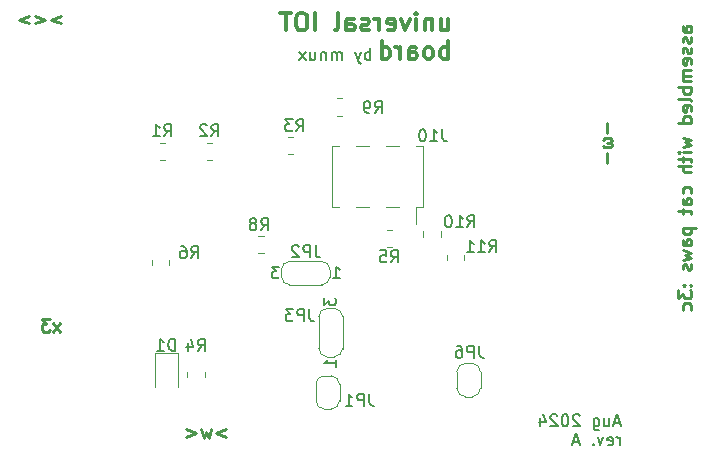
<source format=gbr>
%TF.GenerationSoftware,KiCad,Pcbnew,8.0.3*%
%TF.CreationDate,2024-08-02T22:41:38+02:00*%
%TF.ProjectId,IOT board sensor,494f5420-626f-4617-9264-2073656e736f,rev?*%
%TF.SameCoordinates,Original*%
%TF.FileFunction,Legend,Bot*%
%TF.FilePolarity,Positive*%
%FSLAX46Y46*%
G04 Gerber Fmt 4.6, Leading zero omitted, Abs format (unit mm)*
G04 Created by KiCad (PCBNEW 8.0.3) date 2024-08-02 22:41:38*
%MOMM*%
%LPD*%
G01*
G04 APERTURE LIST*
%ADD10C,0.275000*%
%ADD11C,0.150000*%
%ADD12C,0.375000*%
%ADD13C,0.120000*%
G04 APERTURE END LIST*
D10*
X186282033Y-82692825D02*
X186282033Y-83530921D01*
X186334414Y-84369016D02*
X186543938Y-84369016D01*
X185967747Y-84107111D02*
X186020128Y-84054730D01*
X186020128Y-84054730D02*
X186124890Y-84002349D01*
X186124890Y-84002349D02*
X186543938Y-84002349D01*
X186543938Y-84002349D02*
X186648700Y-84054730D01*
X186648700Y-84054730D02*
X186701080Y-84159492D01*
X186701080Y-84159492D02*
X186701080Y-84211873D01*
X186701080Y-84211873D02*
X186648700Y-84316635D01*
X186648700Y-84316635D02*
X186543938Y-84369016D01*
X186543938Y-84369016D02*
X186648700Y-84421397D01*
X186648700Y-84421397D02*
X186701080Y-84526159D01*
X186701080Y-84526159D02*
X186701080Y-84578540D01*
X186701080Y-84578540D02*
X186648700Y-84683302D01*
X186648700Y-84683302D02*
X186543938Y-84735683D01*
X186543938Y-84735683D02*
X186124890Y-84735683D01*
X186124890Y-84735683D02*
X186020128Y-84683302D01*
X186020128Y-84683302D02*
X185967747Y-84630921D01*
X186282033Y-85207111D02*
X186282033Y-86045207D01*
X140011936Y-100351080D02*
X139435745Y-99617747D01*
X140011936Y-99617747D02*
X139435745Y-100351080D01*
X139121460Y-99251080D02*
X138440507Y-99251080D01*
X138440507Y-99251080D02*
X138807174Y-99670128D01*
X138807174Y-99670128D02*
X138650031Y-99670128D01*
X138650031Y-99670128D02*
X138545269Y-99722509D01*
X138545269Y-99722509D02*
X138492888Y-99774890D01*
X138492888Y-99774890D02*
X138440507Y-99879652D01*
X138440507Y-99879652D02*
X138440507Y-100141557D01*
X138440507Y-100141557D02*
X138492888Y-100246319D01*
X138492888Y-100246319D02*
X138545269Y-100298700D01*
X138545269Y-100298700D02*
X138650031Y-100351080D01*
X138650031Y-100351080D02*
X138964317Y-100351080D01*
X138964317Y-100351080D02*
X139069079Y-100298700D01*
X139069079Y-100298700D02*
X139121460Y-100246319D01*
X193451080Y-74964254D02*
X192874890Y-74964254D01*
X192874890Y-74964254D02*
X192770128Y-74911873D01*
X192770128Y-74911873D02*
X192717747Y-74807111D01*
X192717747Y-74807111D02*
X192717747Y-74597587D01*
X192717747Y-74597587D02*
X192770128Y-74492825D01*
X193398700Y-74964254D02*
X193451080Y-74859492D01*
X193451080Y-74859492D02*
X193451080Y-74597587D01*
X193451080Y-74597587D02*
X193398700Y-74492825D01*
X193398700Y-74492825D02*
X193293938Y-74440444D01*
X193293938Y-74440444D02*
X193189176Y-74440444D01*
X193189176Y-74440444D02*
X193084414Y-74492825D01*
X193084414Y-74492825D02*
X193032033Y-74597587D01*
X193032033Y-74597587D02*
X193032033Y-74859492D01*
X193032033Y-74859492D02*
X192979652Y-74964254D01*
X193398700Y-75435682D02*
X193451080Y-75540444D01*
X193451080Y-75540444D02*
X193451080Y-75749968D01*
X193451080Y-75749968D02*
X193398700Y-75854730D01*
X193398700Y-75854730D02*
X193293938Y-75907111D01*
X193293938Y-75907111D02*
X193241557Y-75907111D01*
X193241557Y-75907111D02*
X193136795Y-75854730D01*
X193136795Y-75854730D02*
X193084414Y-75749968D01*
X193084414Y-75749968D02*
X193084414Y-75592825D01*
X193084414Y-75592825D02*
X193032033Y-75488063D01*
X193032033Y-75488063D02*
X192927271Y-75435682D01*
X192927271Y-75435682D02*
X192874890Y-75435682D01*
X192874890Y-75435682D02*
X192770128Y-75488063D01*
X192770128Y-75488063D02*
X192717747Y-75592825D01*
X192717747Y-75592825D02*
X192717747Y-75749968D01*
X192717747Y-75749968D02*
X192770128Y-75854730D01*
X193398700Y-76326158D02*
X193451080Y-76430920D01*
X193451080Y-76430920D02*
X193451080Y-76640444D01*
X193451080Y-76640444D02*
X193398700Y-76745206D01*
X193398700Y-76745206D02*
X193293938Y-76797587D01*
X193293938Y-76797587D02*
X193241557Y-76797587D01*
X193241557Y-76797587D02*
X193136795Y-76745206D01*
X193136795Y-76745206D02*
X193084414Y-76640444D01*
X193084414Y-76640444D02*
X193084414Y-76483301D01*
X193084414Y-76483301D02*
X193032033Y-76378539D01*
X193032033Y-76378539D02*
X192927271Y-76326158D01*
X192927271Y-76326158D02*
X192874890Y-76326158D01*
X192874890Y-76326158D02*
X192770128Y-76378539D01*
X192770128Y-76378539D02*
X192717747Y-76483301D01*
X192717747Y-76483301D02*
X192717747Y-76640444D01*
X192717747Y-76640444D02*
X192770128Y-76745206D01*
X193398700Y-77688063D02*
X193451080Y-77583301D01*
X193451080Y-77583301D02*
X193451080Y-77373777D01*
X193451080Y-77373777D02*
X193398700Y-77269015D01*
X193398700Y-77269015D02*
X193293938Y-77216634D01*
X193293938Y-77216634D02*
X192874890Y-77216634D01*
X192874890Y-77216634D02*
X192770128Y-77269015D01*
X192770128Y-77269015D02*
X192717747Y-77373777D01*
X192717747Y-77373777D02*
X192717747Y-77583301D01*
X192717747Y-77583301D02*
X192770128Y-77688063D01*
X192770128Y-77688063D02*
X192874890Y-77740444D01*
X192874890Y-77740444D02*
X192979652Y-77740444D01*
X192979652Y-77740444D02*
X193084414Y-77216634D01*
X193451080Y-78211872D02*
X192717747Y-78211872D01*
X192822509Y-78211872D02*
X192770128Y-78264253D01*
X192770128Y-78264253D02*
X192717747Y-78369015D01*
X192717747Y-78369015D02*
X192717747Y-78526158D01*
X192717747Y-78526158D02*
X192770128Y-78630920D01*
X192770128Y-78630920D02*
X192874890Y-78683301D01*
X192874890Y-78683301D02*
X193451080Y-78683301D01*
X192874890Y-78683301D02*
X192770128Y-78735682D01*
X192770128Y-78735682D02*
X192717747Y-78840444D01*
X192717747Y-78840444D02*
X192717747Y-78997587D01*
X192717747Y-78997587D02*
X192770128Y-79102348D01*
X192770128Y-79102348D02*
X192874890Y-79154729D01*
X192874890Y-79154729D02*
X193451080Y-79154729D01*
X193451080Y-79678539D02*
X192351080Y-79678539D01*
X192770128Y-79678539D02*
X192717747Y-79783301D01*
X192717747Y-79783301D02*
X192717747Y-79992825D01*
X192717747Y-79992825D02*
X192770128Y-80097587D01*
X192770128Y-80097587D02*
X192822509Y-80149968D01*
X192822509Y-80149968D02*
X192927271Y-80202349D01*
X192927271Y-80202349D02*
X193241557Y-80202349D01*
X193241557Y-80202349D02*
X193346319Y-80149968D01*
X193346319Y-80149968D02*
X193398700Y-80097587D01*
X193398700Y-80097587D02*
X193451080Y-79992825D01*
X193451080Y-79992825D02*
X193451080Y-79783301D01*
X193451080Y-79783301D02*
X193398700Y-79678539D01*
X193451080Y-80830920D02*
X193398700Y-80726158D01*
X193398700Y-80726158D02*
X193293938Y-80673777D01*
X193293938Y-80673777D02*
X192351080Y-80673777D01*
X193398700Y-81669015D02*
X193451080Y-81564253D01*
X193451080Y-81564253D02*
X193451080Y-81354729D01*
X193451080Y-81354729D02*
X193398700Y-81249967D01*
X193398700Y-81249967D02*
X193293938Y-81197586D01*
X193293938Y-81197586D02*
X192874890Y-81197586D01*
X192874890Y-81197586D02*
X192770128Y-81249967D01*
X192770128Y-81249967D02*
X192717747Y-81354729D01*
X192717747Y-81354729D02*
X192717747Y-81564253D01*
X192717747Y-81564253D02*
X192770128Y-81669015D01*
X192770128Y-81669015D02*
X192874890Y-81721396D01*
X192874890Y-81721396D02*
X192979652Y-81721396D01*
X192979652Y-81721396D02*
X193084414Y-81197586D01*
X193451080Y-82664253D02*
X192351080Y-82664253D01*
X193398700Y-82664253D02*
X193451080Y-82559491D01*
X193451080Y-82559491D02*
X193451080Y-82349967D01*
X193451080Y-82349967D02*
X193398700Y-82245205D01*
X193398700Y-82245205D02*
X193346319Y-82192824D01*
X193346319Y-82192824D02*
X193241557Y-82140443D01*
X193241557Y-82140443D02*
X192927271Y-82140443D01*
X192927271Y-82140443D02*
X192822509Y-82192824D01*
X192822509Y-82192824D02*
X192770128Y-82245205D01*
X192770128Y-82245205D02*
X192717747Y-82349967D01*
X192717747Y-82349967D02*
X192717747Y-82559491D01*
X192717747Y-82559491D02*
X192770128Y-82664253D01*
X192717747Y-83921395D02*
X193451080Y-84130919D01*
X193451080Y-84130919D02*
X192927271Y-84340443D01*
X192927271Y-84340443D02*
X193451080Y-84549967D01*
X193451080Y-84549967D02*
X192717747Y-84759491D01*
X193451080Y-85178538D02*
X192717747Y-85178538D01*
X192351080Y-85178538D02*
X192403461Y-85126157D01*
X192403461Y-85126157D02*
X192455842Y-85178538D01*
X192455842Y-85178538D02*
X192403461Y-85230919D01*
X192403461Y-85230919D02*
X192351080Y-85178538D01*
X192351080Y-85178538D02*
X192455842Y-85178538D01*
X192717747Y-85545205D02*
X192717747Y-85964253D01*
X192351080Y-85702348D02*
X193293938Y-85702348D01*
X193293938Y-85702348D02*
X193398700Y-85754729D01*
X193398700Y-85754729D02*
X193451080Y-85859491D01*
X193451080Y-85859491D02*
X193451080Y-85964253D01*
X193451080Y-86330919D02*
X192351080Y-86330919D01*
X193451080Y-86802348D02*
X192874890Y-86802348D01*
X192874890Y-86802348D02*
X192770128Y-86749967D01*
X192770128Y-86749967D02*
X192717747Y-86645205D01*
X192717747Y-86645205D02*
X192717747Y-86488062D01*
X192717747Y-86488062D02*
X192770128Y-86383300D01*
X192770128Y-86383300D02*
X192822509Y-86330919D01*
X193398700Y-88635681D02*
X193451080Y-88530919D01*
X193451080Y-88530919D02*
X193451080Y-88321395D01*
X193451080Y-88321395D02*
X193398700Y-88216633D01*
X193398700Y-88216633D02*
X193346319Y-88164252D01*
X193346319Y-88164252D02*
X193241557Y-88111871D01*
X193241557Y-88111871D02*
X192927271Y-88111871D01*
X192927271Y-88111871D02*
X192822509Y-88164252D01*
X192822509Y-88164252D02*
X192770128Y-88216633D01*
X192770128Y-88216633D02*
X192717747Y-88321395D01*
X192717747Y-88321395D02*
X192717747Y-88530919D01*
X192717747Y-88530919D02*
X192770128Y-88635681D01*
X193451080Y-89578538D02*
X192874890Y-89578538D01*
X192874890Y-89578538D02*
X192770128Y-89526157D01*
X192770128Y-89526157D02*
X192717747Y-89421395D01*
X192717747Y-89421395D02*
X192717747Y-89211871D01*
X192717747Y-89211871D02*
X192770128Y-89107109D01*
X193398700Y-89578538D02*
X193451080Y-89473776D01*
X193451080Y-89473776D02*
X193451080Y-89211871D01*
X193451080Y-89211871D02*
X193398700Y-89107109D01*
X193398700Y-89107109D02*
X193293938Y-89054728D01*
X193293938Y-89054728D02*
X193189176Y-89054728D01*
X193189176Y-89054728D02*
X193084414Y-89107109D01*
X193084414Y-89107109D02*
X193032033Y-89211871D01*
X193032033Y-89211871D02*
X193032033Y-89473776D01*
X193032033Y-89473776D02*
X192979652Y-89578538D01*
X192717747Y-89945204D02*
X192717747Y-90364252D01*
X192351080Y-90102347D02*
X193293938Y-90102347D01*
X193293938Y-90102347D02*
X193398700Y-90154728D01*
X193398700Y-90154728D02*
X193451080Y-90259490D01*
X193451080Y-90259490D02*
X193451080Y-90364252D01*
X192717747Y-91569013D02*
X193817747Y-91569013D01*
X192770128Y-91569013D02*
X192717747Y-91673775D01*
X192717747Y-91673775D02*
X192717747Y-91883299D01*
X192717747Y-91883299D02*
X192770128Y-91988061D01*
X192770128Y-91988061D02*
X192822509Y-92040442D01*
X192822509Y-92040442D02*
X192927271Y-92092823D01*
X192927271Y-92092823D02*
X193241557Y-92092823D01*
X193241557Y-92092823D02*
X193346319Y-92040442D01*
X193346319Y-92040442D02*
X193398700Y-91988061D01*
X193398700Y-91988061D02*
X193451080Y-91883299D01*
X193451080Y-91883299D02*
X193451080Y-91673775D01*
X193451080Y-91673775D02*
X193398700Y-91569013D01*
X193451080Y-93035680D02*
X192874890Y-93035680D01*
X192874890Y-93035680D02*
X192770128Y-92983299D01*
X192770128Y-92983299D02*
X192717747Y-92878537D01*
X192717747Y-92878537D02*
X192717747Y-92669013D01*
X192717747Y-92669013D02*
X192770128Y-92564251D01*
X193398700Y-93035680D02*
X193451080Y-92930918D01*
X193451080Y-92930918D02*
X193451080Y-92669013D01*
X193451080Y-92669013D02*
X193398700Y-92564251D01*
X193398700Y-92564251D02*
X193293938Y-92511870D01*
X193293938Y-92511870D02*
X193189176Y-92511870D01*
X193189176Y-92511870D02*
X193084414Y-92564251D01*
X193084414Y-92564251D02*
X193032033Y-92669013D01*
X193032033Y-92669013D02*
X193032033Y-92930918D01*
X193032033Y-92930918D02*
X192979652Y-93035680D01*
X192717747Y-93454727D02*
X193451080Y-93664251D01*
X193451080Y-93664251D02*
X192927271Y-93873775D01*
X192927271Y-93873775D02*
X193451080Y-94083299D01*
X193451080Y-94083299D02*
X192717747Y-94292823D01*
X193398700Y-94659489D02*
X193451080Y-94764251D01*
X193451080Y-94764251D02*
X193451080Y-94973775D01*
X193451080Y-94973775D02*
X193398700Y-95078537D01*
X193398700Y-95078537D02*
X193293938Y-95130918D01*
X193293938Y-95130918D02*
X193241557Y-95130918D01*
X193241557Y-95130918D02*
X193136795Y-95078537D01*
X193136795Y-95078537D02*
X193084414Y-94973775D01*
X193084414Y-94973775D02*
X193084414Y-94816632D01*
X193084414Y-94816632D02*
X193032033Y-94711870D01*
X193032033Y-94711870D02*
X192927271Y-94659489D01*
X192927271Y-94659489D02*
X192874890Y-94659489D01*
X192874890Y-94659489D02*
X192770128Y-94711870D01*
X192770128Y-94711870D02*
X192717747Y-94816632D01*
X192717747Y-94816632D02*
X192717747Y-94973775D01*
X192717747Y-94973775D02*
X192770128Y-95078537D01*
X193346319Y-96440441D02*
X193398700Y-96492822D01*
X193398700Y-96492822D02*
X193451080Y-96440441D01*
X193451080Y-96440441D02*
X193398700Y-96388060D01*
X193398700Y-96388060D02*
X193346319Y-96440441D01*
X193346319Y-96440441D02*
X193451080Y-96440441D01*
X192770128Y-96440441D02*
X192822509Y-96492822D01*
X192822509Y-96492822D02*
X192874890Y-96440441D01*
X192874890Y-96440441D02*
X192822509Y-96388060D01*
X192822509Y-96388060D02*
X192770128Y-96440441D01*
X192770128Y-96440441D02*
X192874890Y-96440441D01*
X192351080Y-96859489D02*
X192351080Y-97540442D01*
X192351080Y-97540442D02*
X192770128Y-97173775D01*
X192770128Y-97173775D02*
X192770128Y-97330918D01*
X192770128Y-97330918D02*
X192822509Y-97435680D01*
X192822509Y-97435680D02*
X192874890Y-97488061D01*
X192874890Y-97488061D02*
X192979652Y-97540442D01*
X192979652Y-97540442D02*
X193241557Y-97540442D01*
X193241557Y-97540442D02*
X193346319Y-97488061D01*
X193346319Y-97488061D02*
X193398700Y-97435680D01*
X193398700Y-97435680D02*
X193451080Y-97330918D01*
X193451080Y-97330918D02*
X193451080Y-97016632D01*
X193451080Y-97016632D02*
X193398700Y-96911870D01*
X193398700Y-96911870D02*
X193346319Y-96859489D01*
X193398700Y-98483299D02*
X193451080Y-98378537D01*
X193451080Y-98378537D02*
X193451080Y-98169013D01*
X193451080Y-98169013D02*
X193398700Y-98064251D01*
X193398700Y-98064251D02*
X193346319Y-98011870D01*
X193346319Y-98011870D02*
X193241557Y-97959489D01*
X193241557Y-97959489D02*
X192927271Y-97959489D01*
X192927271Y-97959489D02*
X192822509Y-98011870D01*
X192822509Y-98011870D02*
X192770128Y-98064251D01*
X192770128Y-98064251D02*
X192717747Y-98169013D01*
X192717747Y-98169013D02*
X192717747Y-98378537D01*
X192717747Y-98378537D02*
X192770128Y-98483299D01*
X140057174Y-73617747D02*
X139219079Y-73932033D01*
X139219079Y-73932033D02*
X140057174Y-74246319D01*
X137857174Y-73617747D02*
X138695269Y-73932033D01*
X138695269Y-73932033D02*
X137857174Y-74246319D01*
X137333364Y-73617747D02*
X136495269Y-73932033D01*
X136495269Y-73932033D02*
X137333364Y-74246319D01*
X154057174Y-108617747D02*
X153219079Y-108932033D01*
X153219079Y-108932033D02*
X154057174Y-109246319D01*
X152800031Y-108617747D02*
X152590507Y-109351080D01*
X152590507Y-109351080D02*
X152380983Y-108827271D01*
X152380983Y-108827271D02*
X152171459Y-109351080D01*
X152171459Y-109351080D02*
X151961935Y-108617747D01*
X150704793Y-108617747D02*
X151542888Y-108932033D01*
X151542888Y-108932033D02*
X150704793Y-109246319D01*
D11*
X187416839Y-108076132D02*
X186940649Y-108076132D01*
X187512077Y-108361847D02*
X187178744Y-107361847D01*
X187178744Y-107361847D02*
X186845411Y-108361847D01*
X186083506Y-107695180D02*
X186083506Y-108361847D01*
X186512077Y-107695180D02*
X186512077Y-108218989D01*
X186512077Y-108218989D02*
X186464458Y-108314228D01*
X186464458Y-108314228D02*
X186369220Y-108361847D01*
X186369220Y-108361847D02*
X186226363Y-108361847D01*
X186226363Y-108361847D02*
X186131125Y-108314228D01*
X186131125Y-108314228D02*
X186083506Y-108266608D01*
X185178744Y-107695180D02*
X185178744Y-108504704D01*
X185178744Y-108504704D02*
X185226363Y-108599942D01*
X185226363Y-108599942D02*
X185273982Y-108647561D01*
X185273982Y-108647561D02*
X185369220Y-108695180D01*
X185369220Y-108695180D02*
X185512077Y-108695180D01*
X185512077Y-108695180D02*
X185607315Y-108647561D01*
X185178744Y-108314228D02*
X185273982Y-108361847D01*
X185273982Y-108361847D02*
X185464458Y-108361847D01*
X185464458Y-108361847D02*
X185559696Y-108314228D01*
X185559696Y-108314228D02*
X185607315Y-108266608D01*
X185607315Y-108266608D02*
X185654934Y-108171370D01*
X185654934Y-108171370D02*
X185654934Y-107885656D01*
X185654934Y-107885656D02*
X185607315Y-107790418D01*
X185607315Y-107790418D02*
X185559696Y-107742799D01*
X185559696Y-107742799D02*
X185464458Y-107695180D01*
X185464458Y-107695180D02*
X185273982Y-107695180D01*
X185273982Y-107695180D02*
X185178744Y-107742799D01*
X183988267Y-107457085D02*
X183940648Y-107409466D01*
X183940648Y-107409466D02*
X183845410Y-107361847D01*
X183845410Y-107361847D02*
X183607315Y-107361847D01*
X183607315Y-107361847D02*
X183512077Y-107409466D01*
X183512077Y-107409466D02*
X183464458Y-107457085D01*
X183464458Y-107457085D02*
X183416839Y-107552323D01*
X183416839Y-107552323D02*
X183416839Y-107647561D01*
X183416839Y-107647561D02*
X183464458Y-107790418D01*
X183464458Y-107790418D02*
X184035886Y-108361847D01*
X184035886Y-108361847D02*
X183416839Y-108361847D01*
X182797791Y-107361847D02*
X182702553Y-107361847D01*
X182702553Y-107361847D02*
X182607315Y-107409466D01*
X182607315Y-107409466D02*
X182559696Y-107457085D01*
X182559696Y-107457085D02*
X182512077Y-107552323D01*
X182512077Y-107552323D02*
X182464458Y-107742799D01*
X182464458Y-107742799D02*
X182464458Y-107980894D01*
X182464458Y-107980894D02*
X182512077Y-108171370D01*
X182512077Y-108171370D02*
X182559696Y-108266608D01*
X182559696Y-108266608D02*
X182607315Y-108314228D01*
X182607315Y-108314228D02*
X182702553Y-108361847D01*
X182702553Y-108361847D02*
X182797791Y-108361847D01*
X182797791Y-108361847D02*
X182893029Y-108314228D01*
X182893029Y-108314228D02*
X182940648Y-108266608D01*
X182940648Y-108266608D02*
X182988267Y-108171370D01*
X182988267Y-108171370D02*
X183035886Y-107980894D01*
X183035886Y-107980894D02*
X183035886Y-107742799D01*
X183035886Y-107742799D02*
X182988267Y-107552323D01*
X182988267Y-107552323D02*
X182940648Y-107457085D01*
X182940648Y-107457085D02*
X182893029Y-107409466D01*
X182893029Y-107409466D02*
X182797791Y-107361847D01*
X182083505Y-107457085D02*
X182035886Y-107409466D01*
X182035886Y-107409466D02*
X181940648Y-107361847D01*
X181940648Y-107361847D02*
X181702553Y-107361847D01*
X181702553Y-107361847D02*
X181607315Y-107409466D01*
X181607315Y-107409466D02*
X181559696Y-107457085D01*
X181559696Y-107457085D02*
X181512077Y-107552323D01*
X181512077Y-107552323D02*
X181512077Y-107647561D01*
X181512077Y-107647561D02*
X181559696Y-107790418D01*
X181559696Y-107790418D02*
X182131124Y-108361847D01*
X182131124Y-108361847D02*
X181512077Y-108361847D01*
X180654934Y-107695180D02*
X180654934Y-108361847D01*
X180893029Y-107314228D02*
X181131124Y-108028513D01*
X181131124Y-108028513D02*
X180512077Y-108028513D01*
X187369220Y-109971791D02*
X187369220Y-109305124D01*
X187369220Y-109495600D02*
X187321601Y-109400362D01*
X187321601Y-109400362D02*
X187273982Y-109352743D01*
X187273982Y-109352743D02*
X187178744Y-109305124D01*
X187178744Y-109305124D02*
X187083506Y-109305124D01*
X186369220Y-109924172D02*
X186464458Y-109971791D01*
X186464458Y-109971791D02*
X186654934Y-109971791D01*
X186654934Y-109971791D02*
X186750172Y-109924172D01*
X186750172Y-109924172D02*
X186797791Y-109828933D01*
X186797791Y-109828933D02*
X186797791Y-109447981D01*
X186797791Y-109447981D02*
X186750172Y-109352743D01*
X186750172Y-109352743D02*
X186654934Y-109305124D01*
X186654934Y-109305124D02*
X186464458Y-109305124D01*
X186464458Y-109305124D02*
X186369220Y-109352743D01*
X186369220Y-109352743D02*
X186321601Y-109447981D01*
X186321601Y-109447981D02*
X186321601Y-109543219D01*
X186321601Y-109543219D02*
X186797791Y-109638457D01*
X185988267Y-109305124D02*
X185750172Y-109971791D01*
X185750172Y-109971791D02*
X185512077Y-109305124D01*
X185131124Y-109876552D02*
X185083505Y-109924172D01*
X185083505Y-109924172D02*
X185131124Y-109971791D01*
X185131124Y-109971791D02*
X185178743Y-109924172D01*
X185178743Y-109924172D02*
X185131124Y-109876552D01*
X185131124Y-109876552D02*
X185131124Y-109971791D01*
X183940648Y-109686076D02*
X183464458Y-109686076D01*
X184035886Y-109971791D02*
X183702553Y-108971791D01*
X183702553Y-108971791D02*
X183369220Y-109971791D01*
X166274380Y-77354819D02*
X166274380Y-76354819D01*
X166274380Y-76735771D02*
X166179142Y-76688152D01*
X166179142Y-76688152D02*
X165988666Y-76688152D01*
X165988666Y-76688152D02*
X165893428Y-76735771D01*
X165893428Y-76735771D02*
X165845809Y-76783390D01*
X165845809Y-76783390D02*
X165798190Y-76878628D01*
X165798190Y-76878628D02*
X165798190Y-77164342D01*
X165798190Y-77164342D02*
X165845809Y-77259580D01*
X165845809Y-77259580D02*
X165893428Y-77307200D01*
X165893428Y-77307200D02*
X165988666Y-77354819D01*
X165988666Y-77354819D02*
X166179142Y-77354819D01*
X166179142Y-77354819D02*
X166274380Y-77307200D01*
X165464856Y-76688152D02*
X165226761Y-77354819D01*
X164988666Y-76688152D02*
X165226761Y-77354819D01*
X165226761Y-77354819D02*
X165321999Y-77592914D01*
X165321999Y-77592914D02*
X165369618Y-77640533D01*
X165369618Y-77640533D02*
X165464856Y-77688152D01*
X163845808Y-77354819D02*
X163845808Y-76688152D01*
X163845808Y-76783390D02*
X163798189Y-76735771D01*
X163798189Y-76735771D02*
X163702951Y-76688152D01*
X163702951Y-76688152D02*
X163560094Y-76688152D01*
X163560094Y-76688152D02*
X163464856Y-76735771D01*
X163464856Y-76735771D02*
X163417237Y-76831009D01*
X163417237Y-76831009D02*
X163417237Y-77354819D01*
X163417237Y-76831009D02*
X163369618Y-76735771D01*
X163369618Y-76735771D02*
X163274380Y-76688152D01*
X163274380Y-76688152D02*
X163131523Y-76688152D01*
X163131523Y-76688152D02*
X163036284Y-76735771D01*
X163036284Y-76735771D02*
X162988665Y-76831009D01*
X162988665Y-76831009D02*
X162988665Y-77354819D01*
X162512475Y-76688152D02*
X162512475Y-77354819D01*
X162512475Y-76783390D02*
X162464856Y-76735771D01*
X162464856Y-76735771D02*
X162369618Y-76688152D01*
X162369618Y-76688152D02*
X162226761Y-76688152D01*
X162226761Y-76688152D02*
X162131523Y-76735771D01*
X162131523Y-76735771D02*
X162083904Y-76831009D01*
X162083904Y-76831009D02*
X162083904Y-77354819D01*
X161179142Y-76688152D02*
X161179142Y-77354819D01*
X161607713Y-76688152D02*
X161607713Y-77211961D01*
X161607713Y-77211961D02*
X161560094Y-77307200D01*
X161560094Y-77307200D02*
X161464856Y-77354819D01*
X161464856Y-77354819D02*
X161321999Y-77354819D01*
X161321999Y-77354819D02*
X161226761Y-77307200D01*
X161226761Y-77307200D02*
X161179142Y-77259580D01*
X160798189Y-77354819D02*
X160274380Y-76688152D01*
X160798189Y-76688152D02*
X160274380Y-77354819D01*
D12*
X172235290Y-73852012D02*
X172235290Y-74852012D01*
X172878147Y-73852012D02*
X172878147Y-74637726D01*
X172878147Y-74637726D02*
X172806718Y-74780584D01*
X172806718Y-74780584D02*
X172663861Y-74852012D01*
X172663861Y-74852012D02*
X172449575Y-74852012D01*
X172449575Y-74852012D02*
X172306718Y-74780584D01*
X172306718Y-74780584D02*
X172235290Y-74709155D01*
X171521004Y-73852012D02*
X171521004Y-74852012D01*
X171521004Y-73994869D02*
X171449575Y-73923441D01*
X171449575Y-73923441D02*
X171306718Y-73852012D01*
X171306718Y-73852012D02*
X171092432Y-73852012D01*
X171092432Y-73852012D02*
X170949575Y-73923441D01*
X170949575Y-73923441D02*
X170878147Y-74066298D01*
X170878147Y-74066298D02*
X170878147Y-74852012D01*
X170163861Y-74852012D02*
X170163861Y-73852012D01*
X170163861Y-73352012D02*
X170235289Y-73423441D01*
X170235289Y-73423441D02*
X170163861Y-73494869D01*
X170163861Y-73494869D02*
X170092432Y-73423441D01*
X170092432Y-73423441D02*
X170163861Y-73352012D01*
X170163861Y-73352012D02*
X170163861Y-73494869D01*
X169592432Y-73852012D02*
X169235289Y-74852012D01*
X169235289Y-74852012D02*
X168878146Y-73852012D01*
X167735289Y-74780584D02*
X167878146Y-74852012D01*
X167878146Y-74852012D02*
X168163861Y-74852012D01*
X168163861Y-74852012D02*
X168306718Y-74780584D01*
X168306718Y-74780584D02*
X168378146Y-74637726D01*
X168378146Y-74637726D02*
X168378146Y-74066298D01*
X168378146Y-74066298D02*
X168306718Y-73923441D01*
X168306718Y-73923441D02*
X168163861Y-73852012D01*
X168163861Y-73852012D02*
X167878146Y-73852012D01*
X167878146Y-73852012D02*
X167735289Y-73923441D01*
X167735289Y-73923441D02*
X167663861Y-74066298D01*
X167663861Y-74066298D02*
X167663861Y-74209155D01*
X167663861Y-74209155D02*
X168378146Y-74352012D01*
X167021004Y-74852012D02*
X167021004Y-73852012D01*
X167021004Y-74137726D02*
X166949575Y-73994869D01*
X166949575Y-73994869D02*
X166878147Y-73923441D01*
X166878147Y-73923441D02*
X166735289Y-73852012D01*
X166735289Y-73852012D02*
X166592432Y-73852012D01*
X166163861Y-74780584D02*
X166021004Y-74852012D01*
X166021004Y-74852012D02*
X165735290Y-74852012D01*
X165735290Y-74852012D02*
X165592433Y-74780584D01*
X165592433Y-74780584D02*
X165521004Y-74637726D01*
X165521004Y-74637726D02*
X165521004Y-74566298D01*
X165521004Y-74566298D02*
X165592433Y-74423441D01*
X165592433Y-74423441D02*
X165735290Y-74352012D01*
X165735290Y-74352012D02*
X165949576Y-74352012D01*
X165949576Y-74352012D02*
X166092433Y-74280584D01*
X166092433Y-74280584D02*
X166163861Y-74137726D01*
X166163861Y-74137726D02*
X166163861Y-74066298D01*
X166163861Y-74066298D02*
X166092433Y-73923441D01*
X166092433Y-73923441D02*
X165949576Y-73852012D01*
X165949576Y-73852012D02*
X165735290Y-73852012D01*
X165735290Y-73852012D02*
X165592433Y-73923441D01*
X164235290Y-74852012D02*
X164235290Y-74066298D01*
X164235290Y-74066298D02*
X164306718Y-73923441D01*
X164306718Y-73923441D02*
X164449575Y-73852012D01*
X164449575Y-73852012D02*
X164735290Y-73852012D01*
X164735290Y-73852012D02*
X164878147Y-73923441D01*
X164235290Y-74780584D02*
X164378147Y-74852012D01*
X164378147Y-74852012D02*
X164735290Y-74852012D01*
X164735290Y-74852012D02*
X164878147Y-74780584D01*
X164878147Y-74780584D02*
X164949575Y-74637726D01*
X164949575Y-74637726D02*
X164949575Y-74494869D01*
X164949575Y-74494869D02*
X164878147Y-74352012D01*
X164878147Y-74352012D02*
X164735290Y-74280584D01*
X164735290Y-74280584D02*
X164378147Y-74280584D01*
X164378147Y-74280584D02*
X164235290Y-74209155D01*
X163306718Y-74852012D02*
X163449575Y-74780584D01*
X163449575Y-74780584D02*
X163521004Y-74637726D01*
X163521004Y-74637726D02*
X163521004Y-73352012D01*
X161592433Y-74852012D02*
X161592433Y-73352012D01*
X160592432Y-73352012D02*
X160306718Y-73352012D01*
X160306718Y-73352012D02*
X160163861Y-73423441D01*
X160163861Y-73423441D02*
X160021004Y-73566298D01*
X160021004Y-73566298D02*
X159949575Y-73852012D01*
X159949575Y-73852012D02*
X159949575Y-74352012D01*
X159949575Y-74352012D02*
X160021004Y-74637726D01*
X160021004Y-74637726D02*
X160163861Y-74780584D01*
X160163861Y-74780584D02*
X160306718Y-74852012D01*
X160306718Y-74852012D02*
X160592432Y-74852012D01*
X160592432Y-74852012D02*
X160735290Y-74780584D01*
X160735290Y-74780584D02*
X160878147Y-74637726D01*
X160878147Y-74637726D02*
X160949575Y-74352012D01*
X160949575Y-74352012D02*
X160949575Y-73852012D01*
X160949575Y-73852012D02*
X160878147Y-73566298D01*
X160878147Y-73566298D02*
X160735290Y-73423441D01*
X160735290Y-73423441D02*
X160592432Y-73352012D01*
X159521003Y-73352012D02*
X158663861Y-73352012D01*
X159092432Y-74852012D02*
X159092432Y-73352012D01*
X172878147Y-77266928D02*
X172878147Y-75766928D01*
X172878147Y-76338357D02*
X172735290Y-76266928D01*
X172735290Y-76266928D02*
X172449575Y-76266928D01*
X172449575Y-76266928D02*
X172306718Y-76338357D01*
X172306718Y-76338357D02*
X172235290Y-76409785D01*
X172235290Y-76409785D02*
X172163861Y-76552642D01*
X172163861Y-76552642D02*
X172163861Y-76981214D01*
X172163861Y-76981214D02*
X172235290Y-77124071D01*
X172235290Y-77124071D02*
X172306718Y-77195500D01*
X172306718Y-77195500D02*
X172449575Y-77266928D01*
X172449575Y-77266928D02*
X172735290Y-77266928D01*
X172735290Y-77266928D02*
X172878147Y-77195500D01*
X171306718Y-77266928D02*
X171449575Y-77195500D01*
X171449575Y-77195500D02*
X171521004Y-77124071D01*
X171521004Y-77124071D02*
X171592432Y-76981214D01*
X171592432Y-76981214D02*
X171592432Y-76552642D01*
X171592432Y-76552642D02*
X171521004Y-76409785D01*
X171521004Y-76409785D02*
X171449575Y-76338357D01*
X171449575Y-76338357D02*
X171306718Y-76266928D01*
X171306718Y-76266928D02*
X171092432Y-76266928D01*
X171092432Y-76266928D02*
X170949575Y-76338357D01*
X170949575Y-76338357D02*
X170878147Y-76409785D01*
X170878147Y-76409785D02*
X170806718Y-76552642D01*
X170806718Y-76552642D02*
X170806718Y-76981214D01*
X170806718Y-76981214D02*
X170878147Y-77124071D01*
X170878147Y-77124071D02*
X170949575Y-77195500D01*
X170949575Y-77195500D02*
X171092432Y-77266928D01*
X171092432Y-77266928D02*
X171306718Y-77266928D01*
X169521004Y-77266928D02*
X169521004Y-76481214D01*
X169521004Y-76481214D02*
X169592432Y-76338357D01*
X169592432Y-76338357D02*
X169735289Y-76266928D01*
X169735289Y-76266928D02*
X170021004Y-76266928D01*
X170021004Y-76266928D02*
X170163861Y-76338357D01*
X169521004Y-77195500D02*
X169663861Y-77266928D01*
X169663861Y-77266928D02*
X170021004Y-77266928D01*
X170021004Y-77266928D02*
X170163861Y-77195500D01*
X170163861Y-77195500D02*
X170235289Y-77052642D01*
X170235289Y-77052642D02*
X170235289Y-76909785D01*
X170235289Y-76909785D02*
X170163861Y-76766928D01*
X170163861Y-76766928D02*
X170021004Y-76695500D01*
X170021004Y-76695500D02*
X169663861Y-76695500D01*
X169663861Y-76695500D02*
X169521004Y-76624071D01*
X168806718Y-77266928D02*
X168806718Y-76266928D01*
X168806718Y-76552642D02*
X168735289Y-76409785D01*
X168735289Y-76409785D02*
X168663861Y-76338357D01*
X168663861Y-76338357D02*
X168521003Y-76266928D01*
X168521003Y-76266928D02*
X168378146Y-76266928D01*
X167235290Y-77266928D02*
X167235290Y-75766928D01*
X167235290Y-77195500D02*
X167378147Y-77266928D01*
X167378147Y-77266928D02*
X167663861Y-77266928D01*
X167663861Y-77266928D02*
X167806718Y-77195500D01*
X167806718Y-77195500D02*
X167878147Y-77124071D01*
X167878147Y-77124071D02*
X167949575Y-76981214D01*
X167949575Y-76981214D02*
X167949575Y-76552642D01*
X167949575Y-76552642D02*
X167878147Y-76409785D01*
X167878147Y-76409785D02*
X167806718Y-76338357D01*
X167806718Y-76338357D02*
X167663861Y-76266928D01*
X167663861Y-76266928D02*
X167378147Y-76266928D01*
X167378147Y-76266928D02*
X167235290Y-76338357D01*
D11*
X166187333Y-105626819D02*
X166187333Y-106341104D01*
X166187333Y-106341104D02*
X166234952Y-106483961D01*
X166234952Y-106483961D02*
X166330190Y-106579200D01*
X166330190Y-106579200D02*
X166473047Y-106626819D01*
X166473047Y-106626819D02*
X166568285Y-106626819D01*
X165711142Y-106626819D02*
X165711142Y-105626819D01*
X165711142Y-105626819D02*
X165330190Y-105626819D01*
X165330190Y-105626819D02*
X165234952Y-105674438D01*
X165234952Y-105674438D02*
X165187333Y-105722057D01*
X165187333Y-105722057D02*
X165139714Y-105817295D01*
X165139714Y-105817295D02*
X165139714Y-105960152D01*
X165139714Y-105960152D02*
X165187333Y-106055390D01*
X165187333Y-106055390D02*
X165234952Y-106103009D01*
X165234952Y-106103009D02*
X165330190Y-106150628D01*
X165330190Y-106150628D02*
X165711142Y-106150628D01*
X164187333Y-106626819D02*
X164758761Y-106626819D01*
X164473047Y-106626819D02*
X164473047Y-105626819D01*
X164473047Y-105626819D02*
X164568285Y-105769676D01*
X164568285Y-105769676D02*
X164663523Y-105864914D01*
X164663523Y-105864914D02*
X164758761Y-105912533D01*
X161633333Y-93054819D02*
X161633333Y-93769104D01*
X161633333Y-93769104D02*
X161680952Y-93911961D01*
X161680952Y-93911961D02*
X161776190Y-94007200D01*
X161776190Y-94007200D02*
X161919047Y-94054819D01*
X161919047Y-94054819D02*
X162014285Y-94054819D01*
X161157142Y-94054819D02*
X161157142Y-93054819D01*
X161157142Y-93054819D02*
X160776190Y-93054819D01*
X160776190Y-93054819D02*
X160680952Y-93102438D01*
X160680952Y-93102438D02*
X160633333Y-93150057D01*
X160633333Y-93150057D02*
X160585714Y-93245295D01*
X160585714Y-93245295D02*
X160585714Y-93388152D01*
X160585714Y-93388152D02*
X160633333Y-93483390D01*
X160633333Y-93483390D02*
X160680952Y-93531009D01*
X160680952Y-93531009D02*
X160776190Y-93578628D01*
X160776190Y-93578628D02*
X161157142Y-93578628D01*
X160204761Y-93150057D02*
X160157142Y-93102438D01*
X160157142Y-93102438D02*
X160061904Y-93054819D01*
X160061904Y-93054819D02*
X159823809Y-93054819D01*
X159823809Y-93054819D02*
X159728571Y-93102438D01*
X159728571Y-93102438D02*
X159680952Y-93150057D01*
X159680952Y-93150057D02*
X159633333Y-93245295D01*
X159633333Y-93245295D02*
X159633333Y-93340533D01*
X159633333Y-93340533D02*
X159680952Y-93483390D01*
X159680952Y-93483390D02*
X160252380Y-94054819D01*
X160252380Y-94054819D02*
X159633333Y-94054819D01*
X163114285Y-95854819D02*
X163685713Y-95854819D01*
X163399999Y-95854819D02*
X163399999Y-94854819D01*
X163399999Y-94854819D02*
X163495237Y-94997676D01*
X163495237Y-94997676D02*
X163590475Y-95092914D01*
X163590475Y-95092914D02*
X163685713Y-95140533D01*
X158533332Y-94854819D02*
X157914285Y-94854819D01*
X157914285Y-94854819D02*
X158247618Y-95235771D01*
X158247618Y-95235771D02*
X158104761Y-95235771D01*
X158104761Y-95235771D02*
X158009523Y-95283390D01*
X158009523Y-95283390D02*
X157961904Y-95331009D01*
X157961904Y-95331009D02*
X157914285Y-95426247D01*
X157914285Y-95426247D02*
X157914285Y-95664342D01*
X157914285Y-95664342D02*
X157961904Y-95759580D01*
X157961904Y-95759580D02*
X158009523Y-95807200D01*
X158009523Y-95807200D02*
X158104761Y-95854819D01*
X158104761Y-95854819D02*
X158390475Y-95854819D01*
X158390475Y-95854819D02*
X158485713Y-95807200D01*
X158485713Y-95807200D02*
X158533332Y-95759580D01*
X161107333Y-98464019D02*
X161107333Y-99178304D01*
X161107333Y-99178304D02*
X161154952Y-99321161D01*
X161154952Y-99321161D02*
X161250190Y-99416400D01*
X161250190Y-99416400D02*
X161393047Y-99464019D01*
X161393047Y-99464019D02*
X161488285Y-99464019D01*
X160631142Y-99464019D02*
X160631142Y-98464019D01*
X160631142Y-98464019D02*
X160250190Y-98464019D01*
X160250190Y-98464019D02*
X160154952Y-98511638D01*
X160154952Y-98511638D02*
X160107333Y-98559257D01*
X160107333Y-98559257D02*
X160059714Y-98654495D01*
X160059714Y-98654495D02*
X160059714Y-98797352D01*
X160059714Y-98797352D02*
X160107333Y-98892590D01*
X160107333Y-98892590D02*
X160154952Y-98940209D01*
X160154952Y-98940209D02*
X160250190Y-98987828D01*
X160250190Y-98987828D02*
X160631142Y-98987828D01*
X159726380Y-98464019D02*
X159107333Y-98464019D01*
X159107333Y-98464019D02*
X159440666Y-98844971D01*
X159440666Y-98844971D02*
X159297809Y-98844971D01*
X159297809Y-98844971D02*
X159202571Y-98892590D01*
X159202571Y-98892590D02*
X159154952Y-98940209D01*
X159154952Y-98940209D02*
X159107333Y-99035447D01*
X159107333Y-99035447D02*
X159107333Y-99273542D01*
X159107333Y-99273542D02*
X159154952Y-99368780D01*
X159154952Y-99368780D02*
X159202571Y-99416400D01*
X159202571Y-99416400D02*
X159297809Y-99464019D01*
X159297809Y-99464019D02*
X159583523Y-99464019D01*
X159583523Y-99464019D02*
X159678761Y-99416400D01*
X159678761Y-99416400D02*
X159726380Y-99368780D01*
X162370419Y-97498267D02*
X162370419Y-98117314D01*
X162370419Y-98117314D02*
X162751371Y-97783981D01*
X162751371Y-97783981D02*
X162751371Y-97926838D01*
X162751371Y-97926838D02*
X162798990Y-98022076D01*
X162798990Y-98022076D02*
X162846609Y-98069695D01*
X162846609Y-98069695D02*
X162941847Y-98117314D01*
X162941847Y-98117314D02*
X163179942Y-98117314D01*
X163179942Y-98117314D02*
X163275180Y-98069695D01*
X163275180Y-98069695D02*
X163322800Y-98022076D01*
X163322800Y-98022076D02*
X163370419Y-97926838D01*
X163370419Y-97926838D02*
X163370419Y-97641124D01*
X163370419Y-97641124D02*
X163322800Y-97545886D01*
X163322800Y-97545886D02*
X163275180Y-97498267D01*
X163370419Y-103317314D02*
X163370419Y-102745886D01*
X163370419Y-103031600D02*
X162370419Y-103031600D01*
X162370419Y-103031600D02*
X162513276Y-102936362D01*
X162513276Y-102936362D02*
X162608514Y-102841124D01*
X162608514Y-102841124D02*
X162656133Y-102745886D01*
X149738094Y-101954819D02*
X149738094Y-100954819D01*
X149738094Y-100954819D02*
X149499999Y-100954819D01*
X149499999Y-100954819D02*
X149357142Y-101002438D01*
X149357142Y-101002438D02*
X149261904Y-101097676D01*
X149261904Y-101097676D02*
X149214285Y-101192914D01*
X149214285Y-101192914D02*
X149166666Y-101383390D01*
X149166666Y-101383390D02*
X149166666Y-101526247D01*
X149166666Y-101526247D02*
X149214285Y-101716723D01*
X149214285Y-101716723D02*
X149261904Y-101811961D01*
X149261904Y-101811961D02*
X149357142Y-101907200D01*
X149357142Y-101907200D02*
X149499999Y-101954819D01*
X149499999Y-101954819D02*
X149738094Y-101954819D01*
X148214285Y-101954819D02*
X148785713Y-101954819D01*
X148499999Y-101954819D02*
X148499999Y-100954819D01*
X148499999Y-100954819D02*
X148595237Y-101097676D01*
X148595237Y-101097676D02*
X148690475Y-101192914D01*
X148690475Y-101192914D02*
X148785713Y-101240533D01*
X175483733Y-101562819D02*
X175483733Y-102277104D01*
X175483733Y-102277104D02*
X175531352Y-102419961D01*
X175531352Y-102419961D02*
X175626590Y-102515200D01*
X175626590Y-102515200D02*
X175769447Y-102562819D01*
X175769447Y-102562819D02*
X175864685Y-102562819D01*
X175007542Y-102562819D02*
X175007542Y-101562819D01*
X175007542Y-101562819D02*
X174626590Y-101562819D01*
X174626590Y-101562819D02*
X174531352Y-101610438D01*
X174531352Y-101610438D02*
X174483733Y-101658057D01*
X174483733Y-101658057D02*
X174436114Y-101753295D01*
X174436114Y-101753295D02*
X174436114Y-101896152D01*
X174436114Y-101896152D02*
X174483733Y-101991390D01*
X174483733Y-101991390D02*
X174531352Y-102039009D01*
X174531352Y-102039009D02*
X174626590Y-102086628D01*
X174626590Y-102086628D02*
X175007542Y-102086628D01*
X173578971Y-101562819D02*
X173769447Y-101562819D01*
X173769447Y-101562819D02*
X173864685Y-101610438D01*
X173864685Y-101610438D02*
X173912304Y-101658057D01*
X173912304Y-101658057D02*
X174007542Y-101800914D01*
X174007542Y-101800914D02*
X174055161Y-101991390D01*
X174055161Y-101991390D02*
X174055161Y-102372342D01*
X174055161Y-102372342D02*
X174007542Y-102467580D01*
X174007542Y-102467580D02*
X173959923Y-102515200D01*
X173959923Y-102515200D02*
X173864685Y-102562819D01*
X173864685Y-102562819D02*
X173674209Y-102562819D01*
X173674209Y-102562819D02*
X173578971Y-102515200D01*
X173578971Y-102515200D02*
X173531352Y-102467580D01*
X173531352Y-102467580D02*
X173483733Y-102372342D01*
X173483733Y-102372342D02*
X173483733Y-102134247D01*
X173483733Y-102134247D02*
X173531352Y-102039009D01*
X173531352Y-102039009D02*
X173578971Y-101991390D01*
X173578971Y-101991390D02*
X173674209Y-101943771D01*
X173674209Y-101943771D02*
X173864685Y-101943771D01*
X173864685Y-101943771D02*
X173959923Y-101991390D01*
X173959923Y-101991390D02*
X174007542Y-102039009D01*
X174007542Y-102039009D02*
X174055161Y-102134247D01*
X168009866Y-94485619D02*
X168343199Y-94009428D01*
X168581294Y-94485619D02*
X168581294Y-93485619D01*
X168581294Y-93485619D02*
X168200342Y-93485619D01*
X168200342Y-93485619D02*
X168105104Y-93533238D01*
X168105104Y-93533238D02*
X168057485Y-93580857D01*
X168057485Y-93580857D02*
X168009866Y-93676095D01*
X168009866Y-93676095D02*
X168009866Y-93818952D01*
X168009866Y-93818952D02*
X168057485Y-93914190D01*
X168057485Y-93914190D02*
X168105104Y-93961809D01*
X168105104Y-93961809D02*
X168200342Y-94009428D01*
X168200342Y-94009428D02*
X168581294Y-94009428D01*
X167105104Y-93485619D02*
X167581294Y-93485619D01*
X167581294Y-93485619D02*
X167628913Y-93961809D01*
X167628913Y-93961809D02*
X167581294Y-93914190D01*
X167581294Y-93914190D02*
X167486056Y-93866571D01*
X167486056Y-93866571D02*
X167247961Y-93866571D01*
X167247961Y-93866571D02*
X167152723Y-93914190D01*
X167152723Y-93914190D02*
X167105104Y-93961809D01*
X167105104Y-93961809D02*
X167057485Y-94057047D01*
X167057485Y-94057047D02*
X167057485Y-94295142D01*
X167057485Y-94295142D02*
X167105104Y-94390380D01*
X167105104Y-94390380D02*
X167152723Y-94438000D01*
X167152723Y-94438000D02*
X167247961Y-94485619D01*
X167247961Y-94485619D02*
X167486056Y-94485619D01*
X167486056Y-94485619D02*
X167581294Y-94438000D01*
X167581294Y-94438000D02*
X167628913Y-94390380D01*
X157011666Y-91767819D02*
X157344999Y-91291628D01*
X157583094Y-91767819D02*
X157583094Y-90767819D01*
X157583094Y-90767819D02*
X157202142Y-90767819D01*
X157202142Y-90767819D02*
X157106904Y-90815438D01*
X157106904Y-90815438D02*
X157059285Y-90863057D01*
X157059285Y-90863057D02*
X157011666Y-90958295D01*
X157011666Y-90958295D02*
X157011666Y-91101152D01*
X157011666Y-91101152D02*
X157059285Y-91196390D01*
X157059285Y-91196390D02*
X157106904Y-91244009D01*
X157106904Y-91244009D02*
X157202142Y-91291628D01*
X157202142Y-91291628D02*
X157583094Y-91291628D01*
X156440237Y-91196390D02*
X156535475Y-91148771D01*
X156535475Y-91148771D02*
X156583094Y-91101152D01*
X156583094Y-91101152D02*
X156630713Y-91005914D01*
X156630713Y-91005914D02*
X156630713Y-90958295D01*
X156630713Y-90958295D02*
X156583094Y-90863057D01*
X156583094Y-90863057D02*
X156535475Y-90815438D01*
X156535475Y-90815438D02*
X156440237Y-90767819D01*
X156440237Y-90767819D02*
X156249761Y-90767819D01*
X156249761Y-90767819D02*
X156154523Y-90815438D01*
X156154523Y-90815438D02*
X156106904Y-90863057D01*
X156106904Y-90863057D02*
X156059285Y-90958295D01*
X156059285Y-90958295D02*
X156059285Y-91005914D01*
X156059285Y-91005914D02*
X156106904Y-91101152D01*
X156106904Y-91101152D02*
X156154523Y-91148771D01*
X156154523Y-91148771D02*
X156249761Y-91196390D01*
X156249761Y-91196390D02*
X156440237Y-91196390D01*
X156440237Y-91196390D02*
X156535475Y-91244009D01*
X156535475Y-91244009D02*
X156583094Y-91291628D01*
X156583094Y-91291628D02*
X156630713Y-91386866D01*
X156630713Y-91386866D02*
X156630713Y-91577342D01*
X156630713Y-91577342D02*
X156583094Y-91672580D01*
X156583094Y-91672580D02*
X156535475Y-91720200D01*
X156535475Y-91720200D02*
X156440237Y-91767819D01*
X156440237Y-91767819D02*
X156249761Y-91767819D01*
X156249761Y-91767819D02*
X156154523Y-91720200D01*
X156154523Y-91720200D02*
X156106904Y-91672580D01*
X156106904Y-91672580D02*
X156059285Y-91577342D01*
X156059285Y-91577342D02*
X156059285Y-91386866D01*
X156059285Y-91386866D02*
X156106904Y-91291628D01*
X156106904Y-91291628D02*
X156154523Y-91244009D01*
X156154523Y-91244009D02*
X156249761Y-91196390D01*
X152816666Y-83804819D02*
X153149999Y-83328628D01*
X153388094Y-83804819D02*
X153388094Y-82804819D01*
X153388094Y-82804819D02*
X153007142Y-82804819D01*
X153007142Y-82804819D02*
X152911904Y-82852438D01*
X152911904Y-82852438D02*
X152864285Y-82900057D01*
X152864285Y-82900057D02*
X152816666Y-82995295D01*
X152816666Y-82995295D02*
X152816666Y-83138152D01*
X152816666Y-83138152D02*
X152864285Y-83233390D01*
X152864285Y-83233390D02*
X152911904Y-83281009D01*
X152911904Y-83281009D02*
X153007142Y-83328628D01*
X153007142Y-83328628D02*
X153388094Y-83328628D01*
X152435713Y-82900057D02*
X152388094Y-82852438D01*
X152388094Y-82852438D02*
X152292856Y-82804819D01*
X152292856Y-82804819D02*
X152054761Y-82804819D01*
X152054761Y-82804819D02*
X151959523Y-82852438D01*
X151959523Y-82852438D02*
X151911904Y-82900057D01*
X151911904Y-82900057D02*
X151864285Y-82995295D01*
X151864285Y-82995295D02*
X151864285Y-83090533D01*
X151864285Y-83090533D02*
X151911904Y-83233390D01*
X151911904Y-83233390D02*
X152483332Y-83804819D01*
X152483332Y-83804819D02*
X151864285Y-83804819D01*
X148816666Y-83804819D02*
X149149999Y-83328628D01*
X149388094Y-83804819D02*
X149388094Y-82804819D01*
X149388094Y-82804819D02*
X149007142Y-82804819D01*
X149007142Y-82804819D02*
X148911904Y-82852438D01*
X148911904Y-82852438D02*
X148864285Y-82900057D01*
X148864285Y-82900057D02*
X148816666Y-82995295D01*
X148816666Y-82995295D02*
X148816666Y-83138152D01*
X148816666Y-83138152D02*
X148864285Y-83233390D01*
X148864285Y-83233390D02*
X148911904Y-83281009D01*
X148911904Y-83281009D02*
X149007142Y-83328628D01*
X149007142Y-83328628D02*
X149388094Y-83328628D01*
X147864285Y-83804819D02*
X148435713Y-83804819D01*
X148149999Y-83804819D02*
X148149999Y-82804819D01*
X148149999Y-82804819D02*
X148245237Y-82947676D01*
X148245237Y-82947676D02*
X148340475Y-83042914D01*
X148340475Y-83042914D02*
X148435713Y-83090533D01*
X151666666Y-102004819D02*
X151999999Y-101528628D01*
X152238094Y-102004819D02*
X152238094Y-101004819D01*
X152238094Y-101004819D02*
X151857142Y-101004819D01*
X151857142Y-101004819D02*
X151761904Y-101052438D01*
X151761904Y-101052438D02*
X151714285Y-101100057D01*
X151714285Y-101100057D02*
X151666666Y-101195295D01*
X151666666Y-101195295D02*
X151666666Y-101338152D01*
X151666666Y-101338152D02*
X151714285Y-101433390D01*
X151714285Y-101433390D02*
X151761904Y-101481009D01*
X151761904Y-101481009D02*
X151857142Y-101528628D01*
X151857142Y-101528628D02*
X152238094Y-101528628D01*
X150809523Y-101338152D02*
X150809523Y-102004819D01*
X151047618Y-100957200D02*
X151285713Y-101671485D01*
X151285713Y-101671485D02*
X150666666Y-101671485D01*
X166659866Y-81830819D02*
X166993199Y-81354628D01*
X167231294Y-81830819D02*
X167231294Y-80830819D01*
X167231294Y-80830819D02*
X166850342Y-80830819D01*
X166850342Y-80830819D02*
X166755104Y-80878438D01*
X166755104Y-80878438D02*
X166707485Y-80926057D01*
X166707485Y-80926057D02*
X166659866Y-81021295D01*
X166659866Y-81021295D02*
X166659866Y-81164152D01*
X166659866Y-81164152D02*
X166707485Y-81259390D01*
X166707485Y-81259390D02*
X166755104Y-81307009D01*
X166755104Y-81307009D02*
X166850342Y-81354628D01*
X166850342Y-81354628D02*
X167231294Y-81354628D01*
X166183675Y-81830819D02*
X165993199Y-81830819D01*
X165993199Y-81830819D02*
X165897961Y-81783200D01*
X165897961Y-81783200D02*
X165850342Y-81735580D01*
X165850342Y-81735580D02*
X165755104Y-81592723D01*
X165755104Y-81592723D02*
X165707485Y-81402247D01*
X165707485Y-81402247D02*
X165707485Y-81021295D01*
X165707485Y-81021295D02*
X165755104Y-80926057D01*
X165755104Y-80926057D02*
X165802723Y-80878438D01*
X165802723Y-80878438D02*
X165897961Y-80830819D01*
X165897961Y-80830819D02*
X166088437Y-80830819D01*
X166088437Y-80830819D02*
X166183675Y-80878438D01*
X166183675Y-80878438D02*
X166231294Y-80926057D01*
X166231294Y-80926057D02*
X166278913Y-81021295D01*
X166278913Y-81021295D02*
X166278913Y-81259390D01*
X166278913Y-81259390D02*
X166231294Y-81354628D01*
X166231294Y-81354628D02*
X166183675Y-81402247D01*
X166183675Y-81402247D02*
X166088437Y-81449866D01*
X166088437Y-81449866D02*
X165897961Y-81449866D01*
X165897961Y-81449866D02*
X165802723Y-81402247D01*
X165802723Y-81402247D02*
X165755104Y-81354628D01*
X165755104Y-81354628D02*
X165707485Y-81259390D01*
X160016666Y-83386819D02*
X160349999Y-82910628D01*
X160588094Y-83386819D02*
X160588094Y-82386819D01*
X160588094Y-82386819D02*
X160207142Y-82386819D01*
X160207142Y-82386819D02*
X160111904Y-82434438D01*
X160111904Y-82434438D02*
X160064285Y-82482057D01*
X160064285Y-82482057D02*
X160016666Y-82577295D01*
X160016666Y-82577295D02*
X160016666Y-82720152D01*
X160016666Y-82720152D02*
X160064285Y-82815390D01*
X160064285Y-82815390D02*
X160111904Y-82863009D01*
X160111904Y-82863009D02*
X160207142Y-82910628D01*
X160207142Y-82910628D02*
X160588094Y-82910628D01*
X159683332Y-82386819D02*
X159064285Y-82386819D01*
X159064285Y-82386819D02*
X159397618Y-82767771D01*
X159397618Y-82767771D02*
X159254761Y-82767771D01*
X159254761Y-82767771D02*
X159159523Y-82815390D01*
X159159523Y-82815390D02*
X159111904Y-82863009D01*
X159111904Y-82863009D02*
X159064285Y-82958247D01*
X159064285Y-82958247D02*
X159064285Y-83196342D01*
X159064285Y-83196342D02*
X159111904Y-83291580D01*
X159111904Y-83291580D02*
X159159523Y-83339200D01*
X159159523Y-83339200D02*
X159254761Y-83386819D01*
X159254761Y-83386819D02*
X159540475Y-83386819D01*
X159540475Y-83386819D02*
X159635713Y-83339200D01*
X159635713Y-83339200D02*
X159683332Y-83291580D01*
X151093466Y-94130019D02*
X151426799Y-93653828D01*
X151664894Y-94130019D02*
X151664894Y-93130019D01*
X151664894Y-93130019D02*
X151283942Y-93130019D01*
X151283942Y-93130019D02*
X151188704Y-93177638D01*
X151188704Y-93177638D02*
X151141085Y-93225257D01*
X151141085Y-93225257D02*
X151093466Y-93320495D01*
X151093466Y-93320495D02*
X151093466Y-93463352D01*
X151093466Y-93463352D02*
X151141085Y-93558590D01*
X151141085Y-93558590D02*
X151188704Y-93606209D01*
X151188704Y-93606209D02*
X151283942Y-93653828D01*
X151283942Y-93653828D02*
X151664894Y-93653828D01*
X150236323Y-93130019D02*
X150426799Y-93130019D01*
X150426799Y-93130019D02*
X150522037Y-93177638D01*
X150522037Y-93177638D02*
X150569656Y-93225257D01*
X150569656Y-93225257D02*
X150664894Y-93368114D01*
X150664894Y-93368114D02*
X150712513Y-93558590D01*
X150712513Y-93558590D02*
X150712513Y-93939542D01*
X150712513Y-93939542D02*
X150664894Y-94034780D01*
X150664894Y-94034780D02*
X150617275Y-94082400D01*
X150617275Y-94082400D02*
X150522037Y-94130019D01*
X150522037Y-94130019D02*
X150331561Y-94130019D01*
X150331561Y-94130019D02*
X150236323Y-94082400D01*
X150236323Y-94082400D02*
X150188704Y-94034780D01*
X150188704Y-94034780D02*
X150141085Y-93939542D01*
X150141085Y-93939542D02*
X150141085Y-93701447D01*
X150141085Y-93701447D02*
X150188704Y-93606209D01*
X150188704Y-93606209D02*
X150236323Y-93558590D01*
X150236323Y-93558590D02*
X150331561Y-93510971D01*
X150331561Y-93510971D02*
X150522037Y-93510971D01*
X150522037Y-93510971D02*
X150617275Y-93558590D01*
X150617275Y-93558590D02*
X150664894Y-93606209D01*
X150664894Y-93606209D02*
X150712513Y-93701447D01*
X176342857Y-93622019D02*
X176676190Y-93145828D01*
X176914285Y-93622019D02*
X176914285Y-92622019D01*
X176914285Y-92622019D02*
X176533333Y-92622019D01*
X176533333Y-92622019D02*
X176438095Y-92669638D01*
X176438095Y-92669638D02*
X176390476Y-92717257D01*
X176390476Y-92717257D02*
X176342857Y-92812495D01*
X176342857Y-92812495D02*
X176342857Y-92955352D01*
X176342857Y-92955352D02*
X176390476Y-93050590D01*
X176390476Y-93050590D02*
X176438095Y-93098209D01*
X176438095Y-93098209D02*
X176533333Y-93145828D01*
X176533333Y-93145828D02*
X176914285Y-93145828D01*
X175390476Y-93622019D02*
X175961904Y-93622019D01*
X175676190Y-93622019D02*
X175676190Y-92622019D01*
X175676190Y-92622019D02*
X175771428Y-92764876D01*
X175771428Y-92764876D02*
X175866666Y-92860114D01*
X175866666Y-92860114D02*
X175961904Y-92907733D01*
X174438095Y-93622019D02*
X175009523Y-93622019D01*
X174723809Y-93622019D02*
X174723809Y-92622019D01*
X174723809Y-92622019D02*
X174819047Y-92764876D01*
X174819047Y-92764876D02*
X174914285Y-92860114D01*
X174914285Y-92860114D02*
X175009523Y-92907733D01*
X172361123Y-83224019D02*
X172361123Y-83938304D01*
X172361123Y-83938304D02*
X172408742Y-84081161D01*
X172408742Y-84081161D02*
X172503980Y-84176400D01*
X172503980Y-84176400D02*
X172646837Y-84224019D01*
X172646837Y-84224019D02*
X172742075Y-84224019D01*
X171361123Y-84224019D02*
X171932551Y-84224019D01*
X171646837Y-84224019D02*
X171646837Y-83224019D01*
X171646837Y-83224019D02*
X171742075Y-83366876D01*
X171742075Y-83366876D02*
X171837313Y-83462114D01*
X171837313Y-83462114D02*
X171932551Y-83509733D01*
X170742075Y-83224019D02*
X170646837Y-83224019D01*
X170646837Y-83224019D02*
X170551599Y-83271638D01*
X170551599Y-83271638D02*
X170503980Y-83319257D01*
X170503980Y-83319257D02*
X170456361Y-83414495D01*
X170456361Y-83414495D02*
X170408742Y-83604971D01*
X170408742Y-83604971D02*
X170408742Y-83843066D01*
X170408742Y-83843066D02*
X170456361Y-84033542D01*
X170456361Y-84033542D02*
X170503980Y-84128780D01*
X170503980Y-84128780D02*
X170551599Y-84176400D01*
X170551599Y-84176400D02*
X170646837Y-84224019D01*
X170646837Y-84224019D02*
X170742075Y-84224019D01*
X170742075Y-84224019D02*
X170837313Y-84176400D01*
X170837313Y-84176400D02*
X170884932Y-84128780D01*
X170884932Y-84128780D02*
X170932551Y-84033542D01*
X170932551Y-84033542D02*
X170980170Y-83843066D01*
X170980170Y-83843066D02*
X170980170Y-83604971D01*
X170980170Y-83604971D02*
X170932551Y-83414495D01*
X170932551Y-83414495D02*
X170884932Y-83319257D01*
X170884932Y-83319257D02*
X170837313Y-83271638D01*
X170837313Y-83271638D02*
X170742075Y-83224019D01*
X174492857Y-91504819D02*
X174826190Y-91028628D01*
X175064285Y-91504819D02*
X175064285Y-90504819D01*
X175064285Y-90504819D02*
X174683333Y-90504819D01*
X174683333Y-90504819D02*
X174588095Y-90552438D01*
X174588095Y-90552438D02*
X174540476Y-90600057D01*
X174540476Y-90600057D02*
X174492857Y-90695295D01*
X174492857Y-90695295D02*
X174492857Y-90838152D01*
X174492857Y-90838152D02*
X174540476Y-90933390D01*
X174540476Y-90933390D02*
X174588095Y-90981009D01*
X174588095Y-90981009D02*
X174683333Y-91028628D01*
X174683333Y-91028628D02*
X175064285Y-91028628D01*
X173540476Y-91504819D02*
X174111904Y-91504819D01*
X173826190Y-91504819D02*
X173826190Y-90504819D01*
X173826190Y-90504819D02*
X173921428Y-90647676D01*
X173921428Y-90647676D02*
X174016666Y-90742914D01*
X174016666Y-90742914D02*
X174111904Y-90790533D01*
X172921428Y-90504819D02*
X172826190Y-90504819D01*
X172826190Y-90504819D02*
X172730952Y-90552438D01*
X172730952Y-90552438D02*
X172683333Y-90600057D01*
X172683333Y-90600057D02*
X172635714Y-90695295D01*
X172635714Y-90695295D02*
X172588095Y-90885771D01*
X172588095Y-90885771D02*
X172588095Y-91123866D01*
X172588095Y-91123866D02*
X172635714Y-91314342D01*
X172635714Y-91314342D02*
X172683333Y-91409580D01*
X172683333Y-91409580D02*
X172730952Y-91457200D01*
X172730952Y-91457200D02*
X172826190Y-91504819D01*
X172826190Y-91504819D02*
X172921428Y-91504819D01*
X172921428Y-91504819D02*
X173016666Y-91457200D01*
X173016666Y-91457200D02*
X173064285Y-91409580D01*
X173064285Y-91409580D02*
X173111904Y-91314342D01*
X173111904Y-91314342D02*
X173159523Y-91123866D01*
X173159523Y-91123866D02*
X173159523Y-90885771D01*
X173159523Y-90885771D02*
X173111904Y-90695295D01*
X173111904Y-90695295D02*
X173064285Y-90600057D01*
X173064285Y-90600057D02*
X173016666Y-90552438D01*
X173016666Y-90552438D02*
X172921428Y-90504819D01*
D13*
%TO.C,JP1*%
X162361600Y-104101200D02*
X162961600Y-104101200D01*
X161661600Y-106201200D02*
X161661600Y-104801200D01*
X163661600Y-104801200D02*
X163661600Y-106201200D01*
X162961600Y-106901200D02*
X162361600Y-106901200D01*
X161661600Y-104801200D02*
G75*
G02*
X162361600Y-104101200I699999J1D01*
G01*
X162961600Y-104101200D02*
G75*
G02*
X163661600Y-104801200I1J-699999D01*
G01*
X162361600Y-106901200D02*
G75*
G02*
X161661600Y-106201200I0J700000D01*
G01*
X163661600Y-106201200D02*
G75*
G02*
X162961600Y-106901200I-700000J0D01*
G01*
%TO.C,JP2*%
X158750000Y-95700000D02*
X158750000Y-95100000D01*
X159400000Y-94400000D02*
X162200000Y-94400000D01*
X162200000Y-96400000D02*
X159400000Y-96400000D01*
X162850000Y-95100000D02*
X162850000Y-95700000D01*
X158750000Y-95100000D02*
G75*
G02*
X159450000Y-94400000I700000J0D01*
G01*
X159450000Y-96400000D02*
G75*
G02*
X158750000Y-95700000I0J700000D01*
G01*
X162150000Y-94400000D02*
G75*
G02*
X162850000Y-95100000I1J-699999D01*
G01*
X162850000Y-95700000D02*
G75*
G02*
X162150000Y-96400000I-699999J-1D01*
G01*
%TO.C,JP3*%
X161915600Y-101831600D02*
X161915600Y-99031600D01*
X162615600Y-98381600D02*
X163215600Y-98381600D01*
X163215600Y-102481600D02*
X162615600Y-102481600D01*
X163915600Y-99031600D02*
X163915600Y-101831600D01*
X161915600Y-99081600D02*
G75*
G02*
X162615600Y-98381600I700000J0D01*
G01*
X162615600Y-102481600D02*
G75*
G02*
X161915600Y-101781600I-1J699999D01*
G01*
X163215600Y-98381600D02*
G75*
G02*
X163915600Y-99081600I0J-700000D01*
G01*
X163915600Y-101781600D02*
G75*
G02*
X163215600Y-102481600I-699999J-1D01*
G01*
%TO.C,D1*%
X148040000Y-102165000D02*
X148040000Y-105025000D01*
X149960000Y-102165000D02*
X148040000Y-102165000D01*
X149960000Y-105025000D02*
X149960000Y-102165000D01*
%TO.C,JP6*%
X173600000Y-105150000D02*
X173600000Y-103750000D01*
X174300000Y-103050000D02*
X174900000Y-103050000D01*
X174900000Y-105850000D02*
X174300000Y-105850000D01*
X175600000Y-103750000D02*
X175600000Y-105150000D01*
X173600000Y-103750000D02*
G75*
G02*
X174300000Y-103050000I700000J0D01*
G01*
X174300000Y-105850000D02*
G75*
G02*
X173600000Y-105150000I-1J699999D01*
G01*
X174900000Y-103050000D02*
G75*
G02*
X175600000Y-103750000I0J-700000D01*
G01*
X175600000Y-105150000D02*
G75*
G02*
X174900000Y-105850000I-699999J-1D01*
G01*
%TO.C,R5*%
X167666936Y-91721000D02*
X168121064Y-91721000D01*
X167666936Y-93191000D02*
X168121064Y-93191000D01*
%TO.C,R8*%
X157227064Y-92265000D02*
X156772936Y-92265000D01*
X157227064Y-93735000D02*
X156772936Y-93735000D01*
%TO.C,R2*%
X152894564Y-84355000D02*
X152440436Y-84355000D01*
X152894564Y-85825000D02*
X152440436Y-85825000D01*
%TO.C,R1*%
X148894564Y-84355000D02*
X148440436Y-84355000D01*
X148894564Y-85825000D02*
X148440436Y-85825000D01*
%TO.C,R4*%
X150765000Y-103772936D02*
X150765000Y-104227064D01*
X152235000Y-103772936D02*
X152235000Y-104227064D01*
%TO.C,R9*%
X163877064Y-80615000D02*
X163422936Y-80615000D01*
X163877064Y-82085000D02*
X163422936Y-82085000D01*
%TO.C,R3*%
X159272936Y-83847000D02*
X159727064Y-83847000D01*
X159272936Y-85317000D02*
X159727064Y-85317000D01*
%TO.C,R6*%
X147765000Y-94272936D02*
X147765000Y-94727064D01*
X149235000Y-94272936D02*
X149235000Y-94727064D01*
%TO.C,R11*%
X172747000Y-94318064D02*
X172747000Y-93863936D01*
X174217000Y-94318064D02*
X174217000Y-93863936D01*
%TO.C,J10*%
X170748000Y-84634000D02*
X170748000Y-89834000D01*
X170178000Y-89834000D02*
X170748000Y-89834000D01*
X170178000Y-89834000D02*
X170178000Y-91274000D01*
X170178000Y-84634000D02*
X170748000Y-84634000D01*
X167638000Y-89834000D02*
X168658000Y-89834000D01*
X167638000Y-84634000D02*
X168658000Y-84634000D01*
X165098000Y-89834000D02*
X166118000Y-89834000D01*
X165098000Y-84634000D02*
X166118000Y-84634000D01*
X163008000Y-89834000D02*
X163578000Y-89834000D01*
X163008000Y-84634000D02*
X163578000Y-84634000D01*
X163008000Y-84634000D02*
X163008000Y-89834000D01*
%TO.C,R10*%
X170765000Y-91847936D02*
X170765000Y-92302064D01*
X172235000Y-91847936D02*
X172235000Y-92302064D01*
%TD*%
M02*

</source>
